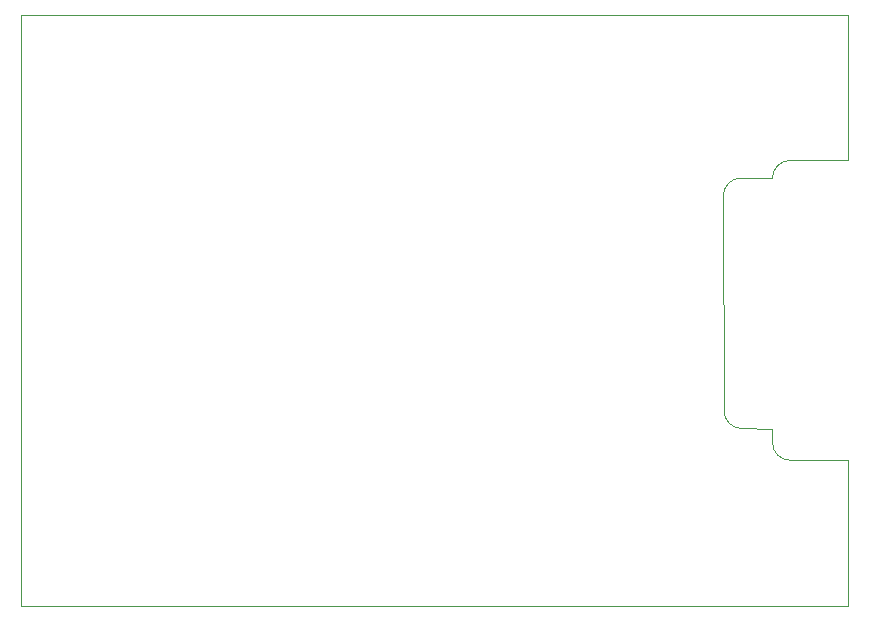
<source format=gbr>
%TF.GenerationSoftware,KiCad,Pcbnew,9.0.4*%
%TF.CreationDate,2025-12-06T22:06:25+01:00*%
%TF.ProjectId,bluebox,626c7565-626f-4782-9e6b-696361645f70,rev?*%
%TF.SameCoordinates,Original*%
%TF.FileFunction,Profile,NP*%
%FSLAX46Y46*%
G04 Gerber Fmt 4.6, Leading zero omitted, Abs format (unit mm)*
G04 Created by KiCad (PCBNEW 9.0.4) date 2025-12-06 22:06:25*
%MOMM*%
%LPD*%
G01*
G04 APERTURE LIST*
%TA.AperFunction,Profile*%
%ADD10C,0.100000*%
%TD*%
G04 APERTURE END LIST*
D10*
X193600000Y-88800000D02*
G75*
G02*
X195100000Y-87300000I1500000J0D01*
G01*
X190994151Y-110000017D02*
G75*
G02*
X189494183Y-108500017I49J1500017D01*
G01*
X200000000Y-87300000D02*
X195100000Y-87300000D01*
X200000000Y-125000000D02*
X200000000Y-112700000D01*
X193600000Y-110010200D02*
X190994151Y-110000017D01*
X130000000Y-75000000D02*
X130000000Y-125000000D01*
X189494183Y-108500000D02*
X189439722Y-90297323D01*
X195100000Y-112700000D02*
G75*
G02*
X193600000Y-111200000I0J1500000D01*
G01*
X189439721Y-90297323D02*
G75*
G02*
X190939721Y-88797321I1499979J23D01*
G01*
X195100000Y-112700000D02*
X200000000Y-112700000D01*
X200000000Y-75000000D02*
X130000000Y-75000000D01*
X190939721Y-88797322D02*
X193600000Y-88800000D01*
X200000000Y-75000000D02*
X200000000Y-87300000D01*
X200000000Y-125000000D02*
X130000000Y-125000000D01*
X193600000Y-111200000D02*
X193600000Y-110010200D01*
M02*

</source>
